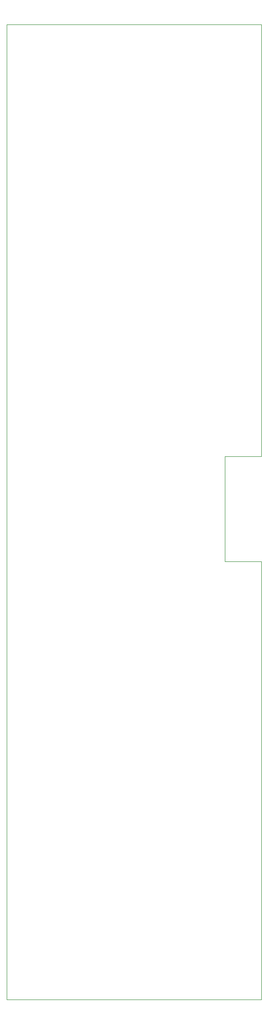
<source format=gm1>
%TF.GenerationSoftware,KiCad,Pcbnew,7.0.2*%
%TF.CreationDate,2023-05-22T14:03:59+07:00*%
%TF.ProjectId,ph_portable_refrigerator_v2_hw,70685f70-6f72-4746-9162-6c655f726566,rev?*%
%TF.SameCoordinates,Original*%
%TF.FileFunction,Profile,NP*%
%FSLAX46Y46*%
G04 Gerber Fmt 4.6, Leading zero omitted, Abs format (unit mm)*
G04 Created by KiCad (PCBNEW 7.0.2) date 2023-05-22 14:03:59*
%MOMM*%
%LPD*%
G01*
G04 APERTURE LIST*
%TA.AperFunction,Profile*%
%ADD10C,0.100000*%
%TD*%
G04 APERTURE END LIST*
D10*
X35000000Y-194000000D02*
X80000000Y-194000000D01*
X73533000Y-98171000D02*
X80000000Y-98171000D01*
X80000000Y-98171000D02*
X80000000Y-22000000D01*
X80000000Y-116713000D02*
X73533000Y-116713000D01*
X35000000Y-22000000D02*
X80000000Y-22000000D01*
X35000000Y-194000000D02*
X35000000Y-22000000D01*
X73533000Y-116713000D02*
X73533000Y-98171000D01*
X80000000Y-194000000D02*
X80000000Y-116713000D01*
M02*

</source>
